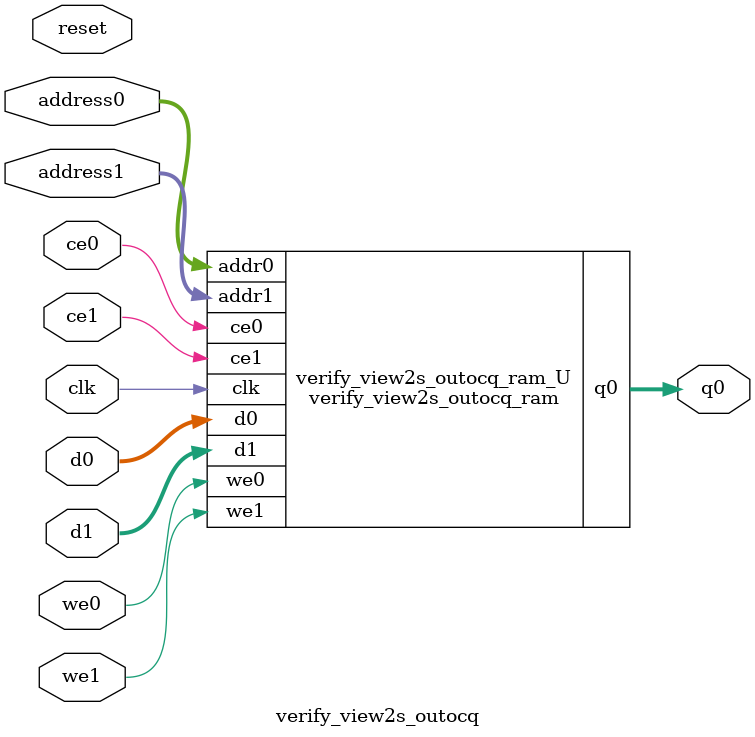
<source format=v>
`timescale 1 ns / 1 ps
module verify_view2s_outocq_ram (addr0, ce0, d0, we0, q0, addr1, ce1, d1, we1,  clk);

parameter DWIDTH = 32;
parameter AWIDTH = 10;
parameter MEM_SIZE = 876;

input[AWIDTH-1:0] addr0;
input ce0;
input[DWIDTH-1:0] d0;
input we0;
output reg[DWIDTH-1:0] q0;
input[AWIDTH-1:0] addr1;
input ce1;
input[DWIDTH-1:0] d1;
input we1;
input clk;

(* ram_style = "block" *)reg [DWIDTH-1:0] ram[0:MEM_SIZE-1];




always @(posedge clk)  
begin 
    if (ce0) begin
        if (we0) 
            ram[addr0] <= d0; 
        q0 <= ram[addr0];
    end
end


always @(posedge clk)  
begin 
    if (ce1) begin
        if (we1) 
            ram[addr1] <= d1; 
    end
end


endmodule

`timescale 1 ns / 1 ps
module verify_view2s_outocq(
    reset,
    clk,
    address0,
    ce0,
    we0,
    d0,
    q0,
    address1,
    ce1,
    we1,
    d1);

parameter DataWidth = 32'd32;
parameter AddressRange = 32'd876;
parameter AddressWidth = 32'd10;
input reset;
input clk;
input[AddressWidth - 1:0] address0;
input ce0;
input we0;
input[DataWidth - 1:0] d0;
output[DataWidth - 1:0] q0;
input[AddressWidth - 1:0] address1;
input ce1;
input we1;
input[DataWidth - 1:0] d1;



verify_view2s_outocq_ram verify_view2s_outocq_ram_U(
    .clk( clk ),
    .addr0( address0 ),
    .ce0( ce0 ),
    .we0( we0 ),
    .d0( d0 ),
    .q0( q0 ),
    .addr1( address1 ),
    .ce1( ce1 ),
    .we1( we1 ),
    .d1( d1 ));

endmodule


</source>
